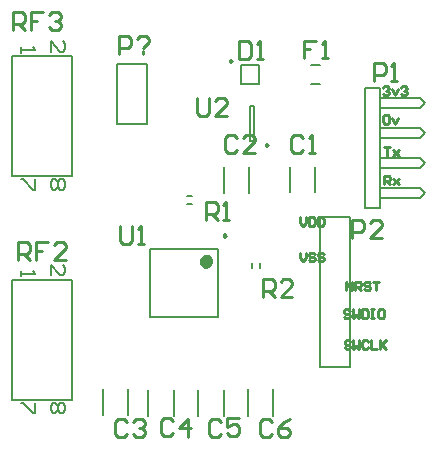
<source format=gto>
%FSTAX23Y23*%
%MOIN*%
%SFA1B1*%

%IPPOS*%
%ADD10C,0.023620*%
%ADD11C,0.009840*%
%ADD12C,0.007870*%
%ADD13C,0.010000*%
%ADD14C,0.008000*%
G54D10*
X00839Y00677D02*
X00835Y00687D01*
X00825Y00689*
X00817Y00682*
Y00672*
X00825Y00666*
X00835Y00668*
X00839Y00677*
G54D11*
X00894Y00763D02*
X00887Y00767D01*
Y00759*
X00894Y00763*
X01034Y01064D02*
X01027Y01069D01*
Y0106*
X01034Y01064*
X00916Y01345D02*
X00908Y01349D01*
Y01341*
X00916Y01345*
G54D12*
X00642Y00492D02*
Y00717D01*
X00867Y00492D02*
Y00717D01*
X00642Y00492D02*
X00867D01*
X00642Y00717D02*
X00867D01*
X00976Y01078D02*
X00988D01*
X00976Y01196D02*
X00988D01*
Y01078D02*
Y01196D01*
X00976Y01078D02*
Y01196D01*
X00944Y01332D02*
X01006D01*
Y01267D02*
Y01332D01*
X00944Y01267D02*
X01006D01*
X00944D02*
Y01332D01*
X00981Y00655D02*
Y0067D01*
X01008Y00655D02*
Y0067D01*
X00764Y00896D02*
X0078D01*
X00764Y00868D02*
X0078D01*
X01177Y01331D02*
X01207D01*
X01177Y01268D02*
X01207D01*
X00967Y00163D02*
Y0025D01*
X01052Y00163D02*
Y0025D01*
X00802Y00162D02*
Y00249D01*
X00887Y00162D02*
Y00249D01*
X00636Y00162D02*
Y00249D01*
X00721Y00162D02*
Y00249D01*
X00484Y00164D02*
Y00251D01*
X00569Y00164D02*
Y00251D01*
X00887Y00906D02*
Y00993D01*
X00972Y00906D02*
Y00993D01*
X01107Y00907D02*
Y00993D01*
X01192Y00907D02*
Y00993D01*
X00531Y01334D02*
X00631D01*
Y01134D02*
Y01334D01*
X00531Y01134D02*
X00631D01*
X00531D02*
Y01334D01*
X0018Y0096D02*
Y0136D01*
X0038Y0096D02*
Y0136D01*
X0018D02*
X0038D01*
X0018Y0096D02*
X0038D01*
X0018Y00215D02*
Y00615D01*
X0038Y00215D02*
Y00615D01*
X0018D02*
X0038D01*
X0018Y00215D02*
X0038D01*
X01207Y00825D02*
X01307D01*
Y00325D02*
Y00825D01*
X01207Y00325D02*
Y00825D01*
Y00325D02*
X01307D01*
X01359Y00856D02*
Y01256D01*
X01409Y01222D02*
X01542D01*
X01559Y01206*
X01542Y01189D02*
X01559Y01206D01*
X01409Y01189D02*
X01542D01*
X01409Y01122D02*
X01542D01*
X01559Y01106*
X01542Y01089D02*
X01559Y01106D01*
X01409Y01089D02*
X01542D01*
X01409Y01022D02*
X01542D01*
X01559Y01006*
X01542Y00989D02*
X01559Y01006D01*
X01409Y00989D02*
X01542D01*
X01409Y00922D02*
X01542D01*
X01559Y00906*
X01542Y00889D02*
X01559Y00906D01*
X01409Y00889D02*
X01542D01*
X01359Y00856D02*
X01409D01*
X01359Y01256D02*
X01409D01*
Y00856D02*
Y01256D01*
G54D13*
X00543Y00794D02*
Y00745D01*
X00553Y00735*
X00573*
X00583Y00745*
Y00794*
X00602Y00735D02*
X00622D01*
X00612*
Y00794*
X00602Y00784*
X00798Y01222D02*
Y01173D01*
X00808Y01163*
X00828*
X00838Y01173*
Y01222*
X00897Y01163D02*
X00858D01*
X00897Y01203*
Y01212*
X00887Y01222*
X00867*
X00858Y01212*
X00939Y01412D02*
Y01353D01*
X00969*
X00979Y01363*
Y01402*
X00969Y01412*
X00939*
X00998Y01353D02*
X01018D01*
X01008*
Y01412*
X00998Y01402*
X01017Y00558D02*
Y00617D01*
X01047*
X01057Y00607*
Y00588*
X01047Y00578*
X01017*
X01037D02*
X01057Y00558D01*
X01116D02*
X01077D01*
X01116Y00598*
Y00607*
X01106Y00617*
X01086*
X01077Y00607*
X00827Y00816D02*
Y00875D01*
X00857*
X00867Y00865*
Y00846*
X00857Y00836*
X00827*
X00847D02*
X00867Y00816D01*
X00886D02*
X00906D01*
X00896*
Y00875*
X00886Y00865*
X01195Y01413D02*
X01155D01*
Y01384*
X01175*
X01155*
Y01354*
X01214D02*
X01234D01*
X01224*
Y01413*
X01214Y01403*
X01049Y00142D02*
X01039Y00152D01*
X01019*
X01009Y00142*
Y00103*
X01019Y00093*
X01039*
X01049Y00103*
X01108Y00152D02*
X01088Y00142D01*
X01069Y00123*
Y00103*
X01078Y00093*
X01098*
X01108Y00103*
Y00113*
X01098Y00123*
X01069*
X00877Y00143D02*
X00867Y00153D01*
X00847Y00153*
X00837Y00143*
X00838Y00103*
X00848Y00093*
X00868Y00093*
X00878Y00103*
X00937Y00154D02*
X00897Y00154D01*
X00898Y00124*
X00917Y00134*
X00927Y00134*
X00937Y00124*
X00938Y00104*
X00928Y00094*
X00908Y00094*
X00898Y00104*
X00718Y00144D02*
X00708Y00154D01*
X00688Y00154*
X00678Y00144*
X00677Y00104*
X00687Y00094*
X00707Y00094*
X00717Y00104*
X00767Y00093D02*
X00768Y00153D01*
X00738Y00123*
X00777Y00123*
X00565Y00142D02*
X00555Y00152D01*
X00535Y00152*
X00525Y00142*
X00526Y00102*
X00536Y00092*
X00556Y00092*
X00566Y00102*
X00585Y00143D02*
X00595Y00153D01*
X00615Y00153*
X00625Y00143*
X00625Y00133*
X00615Y00123*
X00605Y00123*
X00615Y00123*
X00626Y00113*
X00626Y00103*
X00616Y00093*
X00596Y00093*
X00586Y00103*
X00933Y01089D02*
X00923Y01099D01*
X00903*
X00893Y01089*
Y01049*
X00903Y01039*
X00923*
X00933Y01049*
X00993Y01039D02*
X00953D01*
X00993Y01079*
Y01089*
X00983Y01099*
X00963*
X00953Y01089*
X01153D02*
X01143Y01099D01*
X01123*
X01113Y01089*
Y01049*
X01123Y01039*
X01143*
X01153Y01049*
X01173Y01039D02*
X01193D01*
X01183*
Y01099*
X01173Y01089*
X00537Y01367D02*
Y01427D01*
X00567*
X00577Y01417*
Y01397*
X00567Y01387*
X00537*
X00597Y01417D02*
X00607Y01427D01*
X00627*
X00637Y01417*
Y01407*
X00617Y01387*
Y01377D02*
Y01367D01*
X00185Y01448D02*
Y01507D01*
X00215*
X00225Y01497*
Y01477*
X00215Y01467*
X00185*
X00205D02*
X00225Y01448D01*
X00285Y01507D02*
X00245D01*
Y01477*
X00265*
X00245*
Y01448*
X00305Y01497D02*
X00315Y01507D01*
X00335*
X00345Y01497*
Y01487*
X00335Y01477*
X00325*
X00335*
X00345Y01467*
Y01458*
X00335Y01448*
X00315*
X00305Y01458*
X00201Y00682D02*
Y00741D01*
X00231*
X00241Y00731*
Y00712*
X00231Y00702*
X00201*
X00221D02*
X00241Y00682D01*
X003Y00741D02*
X00261D01*
Y00712*
X00281*
X00261*
Y00682*
X0036D02*
X0032D01*
X0036Y00722*
Y00731*
X0035Y00741*
X0033*
X0032Y00731*
X01315Y00756D02*
Y00815D01*
X01345*
X01355Y00805*
Y00786*
X01345Y00776*
X01315*
X01414Y00756D02*
X01375D01*
X01414Y00796*
Y00805*
X01404Y00815*
X01384*
X01375Y00805*
X01387Y01278D02*
Y01337D01*
X01417*
X01427Y01327*
Y01308*
X01417Y01298*
X01387*
X01446Y01278D02*
X01466D01*
X01456*
Y01337*
X01446Y01327*
X01309Y00409D02*
X01304Y00414D01*
X01295*
X0129Y00409*
Y00404*
X01295Y00399*
X01304*
X01309Y00395*
Y0039*
X01304Y00385*
X01295*
X0129Y0039*
X01319Y00414D02*
Y00385D01*
X01329Y00395*
X01339Y00385*
Y00414*
X01369Y00409D02*
X01364Y00414D01*
X01354*
X01349Y00409*
Y0039*
X01354Y00385*
X01364*
X01369Y0039*
X01379Y00414D02*
Y00385D01*
X01399*
X01409Y00414D02*
Y00385D01*
Y00395*
X01429Y00414*
X01414Y00399*
X01429Y00385*
X01141Y00706D02*
Y00687D01*
X01151Y00677*
X0116Y00687*
Y00706*
X0119Y00701D02*
X01185Y00706D01*
X01175*
X0117Y00701*
Y00696*
X01175Y00692*
X01185*
X0119Y00687*
Y00682*
X01185Y00677*
X01175*
X0117Y00682*
X0122Y00701D02*
X01215Y00706D01*
X01205*
X012Y00701*
Y00696*
X01205Y00692*
X01215*
X0122Y00687*
Y00682*
X01215Y00677*
X01205*
X012Y00682*
X01141Y00824D02*
Y00805D01*
X01151Y00795*
X0116Y00805*
Y00824*
X0117D02*
Y00795D01*
X01185*
X0119Y008*
Y00819*
X01185Y00824*
X0117*
X012D02*
Y00795D01*
X01215*
X0122Y008*
Y00819*
X01215Y00824*
X012*
X01422Y00934D02*
Y00963D01*
X01437*
X01441Y00958*
Y00948*
X01437Y00944*
X01422*
X01432D02*
X01441Y00934D01*
X01451Y00953D02*
X01471Y00934D01*
X01461Y00944*
X01471Y00953*
X01451Y00934*
X01422Y01058D02*
X01441D01*
X01432*
Y01029*
X01451Y01048D02*
X01471Y01029D01*
X01461Y01039*
X01471Y01048*
X01451Y01029*
X01307Y00512D02*
X01302Y00517D01*
X01293*
X01288Y00512*
Y00507*
X01293Y00503*
X01302*
X01307Y00498*
Y00493*
X01302Y00488*
X01293*
X01288Y00493*
X01317Y00517D02*
Y00488D01*
X01327Y00498*
X01337Y00488*
Y00517*
X01347D02*
Y00488D01*
X01362*
X01367Y00493*
Y00512*
X01362Y00517*
X01347*
X01377D02*
X01387D01*
X01382*
Y00488*
X01377*
X01387*
X01417Y00517D02*
X01407D01*
X01402Y00512*
Y00493*
X01407Y00488*
X01417*
X01422Y00493*
Y00512*
X01417Y00517*
X01419Y0116D02*
X01424Y01165D01*
X01434*
X01438Y0116*
Y01141*
X01434Y01136*
X01424*
X01419Y01141*
Y0116*
X01448Y01155D02*
X01458Y01136D01*
X01468Y01155*
X01296Y0058D02*
Y00609D01*
X01315Y0058*
Y00609*
X01325Y0058D02*
Y00609D01*
X0134*
X01345Y00604*
Y00595*
X0134Y0059*
X01325*
X01335D02*
X01345Y0058D01*
X01375Y00604D02*
X0137Y00609D01*
X0136*
X01355Y00604*
Y00599*
X0136Y00595*
X0137*
X01375Y0059*
Y00585*
X0137Y0058*
X0136*
X01355Y00585*
X01385Y00609D02*
X01405D01*
X01395*
Y0058*
X01418Y01255D02*
X01423Y0126D01*
X01432*
X01437Y01255*
Y0125*
X01432Y01246*
X01428*
X01432*
X01437Y01241*
Y01236*
X01432Y01231*
X01423*
X01418Y01236*
X01447Y0125D02*
X01457Y01231D01*
X01467Y0125*
X01477Y01255D02*
X01482Y0126D01*
X01492*
X01497Y01255*
Y0125*
X01492Y01246*
X01487*
X01492*
X01497Y01241*
Y01236*
X01492Y01231*
X01482*
X01477Y01236*
G54D14*
X0031Y01376D02*
Y0141D01*
X00343Y01376*
X00351*
X00359Y01385*
Y01401*
X00351Y0141*
X0021Y0139D02*
Y01373D01*
Y01381*
X00259*
X00251Y0139*
X00259Y0095D02*
Y00916D01*
X00251*
X00218Y0095*
X0021*
X00351D02*
X00359Y00941D01*
Y00925*
X00351Y00916*
X00343*
X00334Y00925*
X00326Y00916*
X00318*
X0031Y00925*
Y00941*
X00318Y0095*
X00326*
X00334Y00941*
X00343Y0095*
X00351*
X00334Y00941D02*
Y00925D01*
X0031Y00631D02*
Y00665D01*
X00343Y00631*
X00351*
X00359Y0064*
Y00656*
X00351Y00665*
X0021Y00645D02*
Y00628D01*
Y00636*
X00259*
X00251Y00645*
X00259Y00205D02*
Y00171D01*
X00251*
X00218Y00205*
X0021*
X00351D02*
X00359Y00196D01*
Y0018*
X00351Y00171*
X00343*
X00334Y0018*
X00326Y00171*
X00318*
X0031Y0018*
Y00196*
X00318Y00205*
X00326*
X00334Y00196*
X00343Y00205*
X00351*
X00334Y00196D02*
Y0018D01*
M02*
</source>
